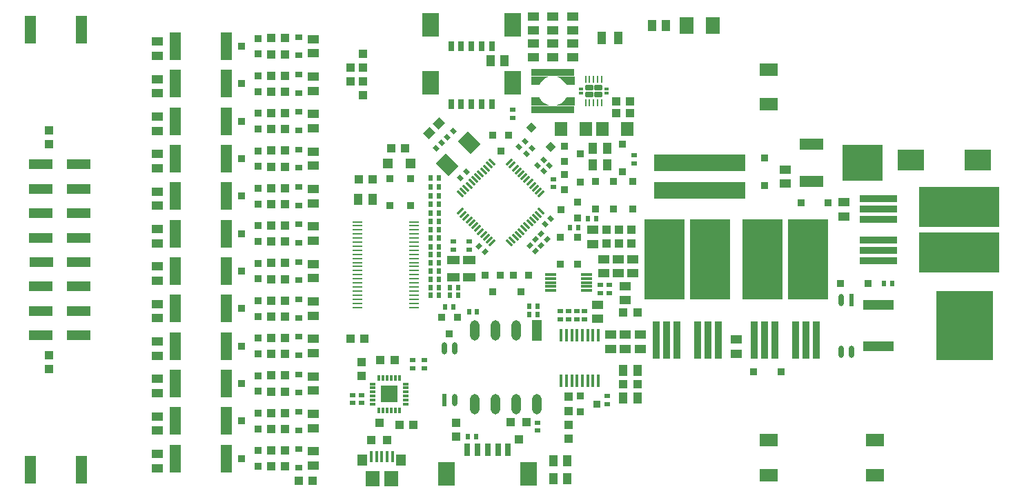
<source format=gtp>
G04 Layer_Color=8421504*
%FSAX24Y24*%
%MOIN*%
G70*
G01*
G75*
G04:AMPARAMS|DCode=10|XSize=70mil|YSize=85mil|CornerRadius=0mil|HoleSize=0mil|Usage=FLASHONLY|Rotation=225.000|XOffset=0mil|YOffset=0mil|HoleType=Round|Shape=Rectangle|*
%AMROTATEDRECTD10*
4,1,4,-0.0053,0.0548,0.0548,-0.0053,0.0053,-0.0548,-0.0548,0.0053,-0.0053,0.0548,0.0*
%
%ADD10ROTATEDRECTD10*%

%ADD11R,0.0492X0.0098*%
%ADD12O,0.0492X0.0098*%
%ADD13R,0.0250X0.0197*%
%ADD14R,0.0433X0.0591*%
%ADD15R,0.0197X0.0250*%
%ADD16R,0.0394X0.0433*%
%ADD17R,0.0433X0.0394*%
%ADD18R,0.0433X0.0551*%
G04:AMPARAMS|DCode=19|XSize=25mil|YSize=19.7mil|CornerRadius=0mil|HoleSize=0mil|Usage=FLASHONLY|Rotation=45.000|XOffset=0mil|YOffset=0mil|HoleType=Round|Shape=Rectangle|*
%AMROTATEDRECTD19*
4,1,4,-0.0019,-0.0158,-0.0158,-0.0019,0.0019,0.0158,0.0158,0.0019,-0.0019,-0.0158,0.0*
%
%ADD19ROTATEDRECTD19*%

%ADD20R,0.0551X0.0433*%
%ADD21R,0.0551X0.1378*%
%ADD22R,0.1260X0.0984*%
G04:AMPARAMS|DCode=23|XSize=25mil|YSize=19.7mil|CornerRadius=0mil|HoleSize=0mil|Usage=FLASHONLY|Rotation=135.000|XOffset=0mil|YOffset=0mil|HoleType=Round|Shape=Rectangle|*
%AMROTATEDRECTD23*
4,1,4,0.0158,-0.0019,0.0019,-0.0158,-0.0158,0.0019,-0.0019,0.0158,0.0158,-0.0019,0.0*
%
%ADD23ROTATEDRECTD23*%

%ADD24R,0.4409X0.0807*%
G04:AMPARAMS|DCode=25|XSize=39.4mil|YSize=43.3mil|CornerRadius=0mil|HoleSize=0mil|Usage=FLASHONLY|Rotation=135.000|XOffset=0mil|YOffset=0mil|HoleType=Round|Shape=Rectangle|*
%AMROTATEDRECTD25*
4,1,4,0.0292,0.0014,-0.0014,-0.0292,-0.0292,-0.0014,0.0014,0.0292,0.0292,0.0014,0.0*
%
%ADD25ROTATEDRECTD25*%

%ADD26R,0.0354X0.0374*%
%ADD27R,0.0354X0.0374*%
%ADD28R,0.0374X0.0354*%
%ADD29R,0.0374X0.0354*%
%ADD31R,0.0354X0.1811*%
%ADD33R,0.1811X0.0354*%
%ADD34R,0.2087X0.0374*%
%ADD35R,0.0315X0.0512*%
%ADD36R,0.0827X0.1181*%
%ADD37R,0.1150X0.0500*%
%ADD38R,0.0315X0.0630*%
%ADD39R,0.0689X0.0748*%
%ADD40R,0.0157X0.0551*%
%ADD41R,0.0453X0.0571*%
G04:AMPARAMS|DCode=42|XSize=63mil|YSize=13.8mil|CornerRadius=3.4mil|HoleSize=0mil|Usage=FLASHONLY|Rotation=270.000|XOffset=0mil|YOffset=0mil|HoleType=Round|Shape=RoundedRectangle|*
%AMROUNDEDRECTD42*
21,1,0.0630,0.0069,0,0,270.0*
21,1,0.0561,0.0138,0,0,270.0*
1,1,0.0069,-0.0034,-0.0281*
1,1,0.0069,-0.0034,0.0281*
1,1,0.0069,0.0034,0.0281*
1,1,0.0069,0.0034,-0.0281*
%
%ADD42ROUNDEDRECTD42*%
%ADD43R,0.0138X0.0630*%
%ADD44R,0.0551X0.0118*%
%ADD45R,0.0295X0.0118*%
%ADD46R,0.0118X0.0295*%
%ADD48O,0.0472X0.0984*%
%ADD49R,0.0472X0.0984*%
G04:AMPARAMS|DCode=50|XSize=9.1mil|YSize=31.5mil|CornerRadius=1.8mil|HoleSize=0mil|Usage=FLASHONLY|Rotation=0.000|XOffset=0mil|YOffset=0mil|HoleType=Round|Shape=RoundedRectangle|*
%AMROUNDEDRECTD50*
21,1,0.0091,0.0279,0,0,0.0*
21,1,0.0054,0.0315,0,0,0.0*
1,1,0.0036,0.0027,-0.0139*
1,1,0.0036,-0.0027,-0.0139*
1,1,0.0036,-0.0027,0.0139*
1,1,0.0036,0.0027,0.0139*
%
%ADD50ROUNDEDRECTD50*%
G04:AMPARAMS|DCode=53|XSize=12.6mil|YSize=39.4mil|CornerRadius=0mil|HoleSize=0mil|Usage=FLASHONLY|Rotation=315.000|XOffset=0mil|YOffset=0mil|HoleType=Round|Shape=Rectangle|*
%AMROTATEDRECTD53*
4,1,4,-0.0184,-0.0095,0.0095,0.0184,0.0184,0.0095,-0.0095,-0.0184,-0.0184,-0.0095,0.0*
%
%ADD53ROTATEDRECTD53*%

G04:AMPARAMS|DCode=54|XSize=12.6mil|YSize=39.4mil|CornerRadius=0mil|HoleSize=0mil|Usage=FLASHONLY|Rotation=45.000|XOffset=0mil|YOffset=0mil|HoleType=Round|Shape=Rectangle|*
%AMROTATEDRECTD54*
4,1,4,0.0095,-0.0184,-0.0184,0.0095,-0.0095,0.0184,0.0184,-0.0095,0.0095,-0.0184,0.0*
%
%ADD54ROTATEDRECTD54*%

%ADD56R,0.0650X0.0799*%
%ADD57R,0.0906X0.0598*%
%ADD58R,0.0591X0.0433*%
%ADD59R,0.0335X0.0256*%
%ADD60R,0.0335X0.0335*%
%ADD61R,0.0472X0.0472*%
%ADD62R,0.0335X0.0335*%
%ADD63P,0.0473X4X360.0*%
%ADD65R,0.1457X0.0512*%
%ADD66R,0.0240X0.0598*%
%ADD67O,0.0240X0.0598*%
%ADD68R,0.0394X0.0394*%
%ADD69R,0.0630X0.0709*%
%ADD71R,0.1181X0.0551*%
G04:AMPARAMS|DCode=102|XSize=19.7mil|YSize=10.2mil|CornerRadius=0.5mil|HoleSize=0mil|Usage=FLASHONLY|Rotation=180.000|XOffset=0mil|YOffset=0mil|HoleType=Round|Shape=RoundedRectangle|*
%AMROUNDEDRECTD102*
21,1,0.0197,0.0092,0,0,180.0*
21,1,0.0187,0.0102,0,0,180.0*
1,1,0.0010,-0.0093,0.0046*
1,1,0.0010,0.0093,0.0046*
1,1,0.0010,0.0093,-0.0046*
1,1,0.0010,-0.0093,-0.0046*
%
%ADD102ROUNDEDRECTD102*%
G04:AMPARAMS|DCode=103|XSize=41.3mil|YSize=26.8mil|CornerRadius=5.4mil|HoleSize=0mil|Usage=FLASHONLY|Rotation=0.000|XOffset=0mil|YOffset=0mil|HoleType=Round|Shape=RoundedRectangle|*
%AMROUNDEDRECTD103*
21,1,0.0413,0.0161,0,0,0.0*
21,1,0.0306,0.0268,0,0,0.0*
1,1,0.0107,0.0153,-0.0080*
1,1,0.0107,-0.0153,-0.0080*
1,1,0.0107,-0.0153,0.0080*
1,1,0.0107,0.0153,0.0080*
%
%ADD103ROUNDEDRECTD103*%
%ADD104R,0.1968X0.3898*%
%ADD105R,0.3898X0.1968*%
%ADD106R,0.0787X0.0787*%
%ADD107R,0.2756X0.3346*%
%ADD108R,0.1968X0.1722*%
G36*
X289232Y195945D02*
X288189D01*
X288346Y195965D01*
X288425Y195984D01*
X288465Y196004D01*
X288583Y196063D01*
X288661Y196122D01*
X288720Y196181D01*
X288780Y196260D01*
X288839Y196358D01*
X289232D01*
Y195945D01*
D02*
G37*
G36*
X287559Y196319D02*
X287618Y196220D01*
X287736Y196102D01*
X287815Y196043D01*
X287933Y195984D01*
X288012Y195965D01*
X288189Y195945D01*
X287146D01*
Y196358D01*
X287539D01*
X287559Y196319D01*
D02*
G37*
G36*
X289232Y196949D02*
X288839D01*
X288780Y197047D01*
X288720Y197126D01*
X288622Y197224D01*
X288563Y197264D01*
X288445Y197323D01*
X288366Y197343D01*
X288189Y197362D01*
X289232D01*
Y196949D01*
D02*
G37*
G36*
X288012Y197343D02*
X287894Y197303D01*
X287854Y197283D01*
X287756Y197224D01*
X287618Y197087D01*
X287579Y197028D01*
X287539Y196949D01*
X287146D01*
Y197362D01*
X288189D01*
X288012Y197343D01*
D02*
G37*
D10*
X283093Y193093D02*
D03*
X284151Y194151D02*
D03*
D11*
X281486Y186201D02*
D03*
Y186398D02*
D03*
Y186594D02*
D03*
Y186791D02*
D03*
Y186988D02*
D03*
Y187185D02*
D03*
Y187382D02*
D03*
Y187579D02*
D03*
Y187776D02*
D03*
Y187972D02*
D03*
Y188169D02*
D03*
Y188366D02*
D03*
Y188563D02*
D03*
Y188760D02*
D03*
Y188957D02*
D03*
Y189154D02*
D03*
Y189350D02*
D03*
Y189547D02*
D03*
Y189744D02*
D03*
Y189941D02*
D03*
Y190138D02*
D03*
Y190335D02*
D03*
X278750Y186201D02*
D03*
Y186398D02*
D03*
Y186594D02*
D03*
Y186791D02*
D03*
Y186988D02*
D03*
Y187185D02*
D03*
Y187382D02*
D03*
Y187579D02*
D03*
Y187776D02*
D03*
Y187972D02*
D03*
Y188169D02*
D03*
Y188366D02*
D03*
Y188563D02*
D03*
Y188760D02*
D03*
Y188957D02*
D03*
Y189154D02*
D03*
Y189350D02*
D03*
Y189547D02*
D03*
Y189744D02*
D03*
Y189941D02*
D03*
Y190138D02*
D03*
D12*
Y190335D02*
D03*
D13*
X290827Y181535D02*
D03*
Y181929D02*
D03*
X286260Y195748D02*
D03*
Y195354D02*
D03*
X283386Y189370D02*
D03*
Y188976D02*
D03*
X278937Y181575D02*
D03*
Y181968D02*
D03*
X288228Y192008D02*
D03*
Y192402D02*
D03*
X292126Y193150D02*
D03*
Y193543D02*
D03*
X288543Y185630D02*
D03*
Y186024D02*
D03*
X288937Y185630D02*
D03*
Y186024D02*
D03*
X289331Y185630D02*
D03*
Y186024D02*
D03*
X289724Y185630D02*
D03*
Y186024D02*
D03*
X284134Y189370D02*
D03*
Y188976D02*
D03*
X281968Y183268D02*
D03*
Y183661D02*
D03*
X281417Y183268D02*
D03*
Y183661D02*
D03*
X290906Y186890D02*
D03*
Y187283D02*
D03*
X290472Y186890D02*
D03*
Y187283D02*
D03*
X278504Y181968D02*
D03*
Y181575D02*
D03*
X287441Y180630D02*
D03*
Y180236D02*
D03*
D14*
X290532Y199213D02*
D03*
X291358D02*
D03*
D15*
X284134Y185984D02*
D03*
X284528D02*
D03*
X282677Y190354D02*
D03*
X282283D02*
D03*
X282677Y190748D02*
D03*
X282283D02*
D03*
X282677Y189961D02*
D03*
X282283D02*
D03*
X282677Y189567D02*
D03*
X282283D02*
D03*
X282677Y189134D02*
D03*
X282283D02*
D03*
X282677Y188740D02*
D03*
X282283D02*
D03*
X282677Y188346D02*
D03*
X282283D02*
D03*
Y187165D02*
D03*
X282677D02*
D03*
X282283Y186772D02*
D03*
X282677D02*
D03*
X283386Y186220D02*
D03*
X282992D02*
D03*
X304567Y187362D02*
D03*
X304173D02*
D03*
X289016Y190039D02*
D03*
X289409D02*
D03*
X282283Y191575D02*
D03*
X282677D02*
D03*
X282283Y192441D02*
D03*
X282677D02*
D03*
X283228Y187165D02*
D03*
X283622D02*
D03*
X283228Y186772D02*
D03*
X283622D02*
D03*
X282283Y187559D02*
D03*
X282677D02*
D03*
X282283Y187953D02*
D03*
X282677D02*
D03*
Y192008D02*
D03*
X282283D02*
D03*
X284488Y179961D02*
D03*
X284094D02*
D03*
X287441Y186260D02*
D03*
X287047D02*
D03*
X287441Y185866D02*
D03*
X287047D02*
D03*
X282677Y191181D02*
D03*
X282283D02*
D03*
X290276Y190472D02*
D03*
X289882D02*
D03*
D16*
X263858Y194744D02*
D03*
Y194075D02*
D03*
Y183209D02*
D03*
Y183878D02*
D03*
X288937Y179862D02*
D03*
Y180532D02*
D03*
Y181870D02*
D03*
Y181201D02*
D03*
X291968Y189272D02*
D03*
Y189941D02*
D03*
X291378Y189272D02*
D03*
Y189941D02*
D03*
X290787Y189272D02*
D03*
Y189941D02*
D03*
X283504Y180610D02*
D03*
Y179941D02*
D03*
X278425Y197776D02*
D03*
Y197106D02*
D03*
X279016Y197776D02*
D03*
Y198445D02*
D03*
X278937Y182894D02*
D03*
Y183563D02*
D03*
X279016Y197106D02*
D03*
Y196437D02*
D03*
D17*
X279468Y192402D02*
D03*
X278799D02*
D03*
X276594Y177835D02*
D03*
X275925D02*
D03*
X291909Y196142D02*
D03*
X291240D02*
D03*
X274587Y198425D02*
D03*
X275256D02*
D03*
X274587Y196614D02*
D03*
X275256D02*
D03*
X274587Y194803D02*
D03*
X275256D02*
D03*
X274587Y192992D02*
D03*
X275256D02*
D03*
X274587Y191181D02*
D03*
X275256D02*
D03*
X274587Y189370D02*
D03*
X275256D02*
D03*
X274587Y187559D02*
D03*
X275256D02*
D03*
X274587Y185748D02*
D03*
X275256D02*
D03*
X274587Y183937D02*
D03*
X275256D02*
D03*
X274587Y182126D02*
D03*
X275256D02*
D03*
X274587Y180315D02*
D03*
X275256D02*
D03*
X274587Y178504D02*
D03*
X275256D02*
D03*
X274587Y199213D02*
D03*
X275256D02*
D03*
X274587Y197402D02*
D03*
X275256D02*
D03*
X274587Y195591D02*
D03*
X275256D02*
D03*
X274587Y193780D02*
D03*
X275256D02*
D03*
X274587Y191968D02*
D03*
X275256D02*
D03*
X274587Y190157D02*
D03*
X275256D02*
D03*
X274587Y188346D02*
D03*
X275256D02*
D03*
X274587Y186535D02*
D03*
X275256D02*
D03*
X274587Y184724D02*
D03*
X275256D02*
D03*
X274587Y182913D02*
D03*
X275256D02*
D03*
X274587Y181102D02*
D03*
X275256D02*
D03*
X274587Y179291D02*
D03*
X275256D02*
D03*
X291594Y182480D02*
D03*
X292264D02*
D03*
X291594Y185945D02*
D03*
X292264D02*
D03*
X278406Y184685D02*
D03*
X279075D02*
D03*
X280374Y193898D02*
D03*
X281043D02*
D03*
X291240Y195591D02*
D03*
X291909D02*
D03*
X280768Y180512D02*
D03*
X281437D02*
D03*
X279862Y183661D02*
D03*
X280532D02*
D03*
D18*
X292963Y199803D02*
D03*
X293652D02*
D03*
X290817Y193898D02*
D03*
X290128D02*
D03*
Y193071D02*
D03*
X290817D02*
D03*
X291585Y183150D02*
D03*
X292274D02*
D03*
X288888Y178780D02*
D03*
X288199D02*
D03*
X285856Y198110D02*
D03*
X285167D02*
D03*
X279478Y191417D02*
D03*
X278789D02*
D03*
X292274Y181811D02*
D03*
X291585D02*
D03*
X288888Y177913D02*
D03*
X288199D02*
D03*
D19*
X287898Y189470D02*
D03*
X287620Y189748D02*
D03*
X287341Y188913D02*
D03*
X287063Y189192D02*
D03*
X287620Y189192D02*
D03*
X287341Y189470D02*
D03*
X284903Y188877D02*
D03*
X284625Y189155D02*
D03*
D20*
X288189Y198967D02*
D03*
Y198278D02*
D03*
X289134Y198967D02*
D03*
Y198278D02*
D03*
X287244Y198967D02*
D03*
Y198278D02*
D03*
X269094Y198356D02*
D03*
Y199045D02*
D03*
Y196545D02*
D03*
Y197234D02*
D03*
Y194734D02*
D03*
Y195423D02*
D03*
Y192923D02*
D03*
Y193612D02*
D03*
Y191112D02*
D03*
Y191801D02*
D03*
Y189301D02*
D03*
Y189990D02*
D03*
Y187490D02*
D03*
Y188179D02*
D03*
Y185679D02*
D03*
Y186368D02*
D03*
Y183868D02*
D03*
Y184557D02*
D03*
Y182057D02*
D03*
Y182746D02*
D03*
Y180246D02*
D03*
Y180935D02*
D03*
Y178435D02*
D03*
Y179124D02*
D03*
X291693Y184183D02*
D03*
Y184872D02*
D03*
X299409Y192175D02*
D03*
Y192864D02*
D03*
X297047Y184636D02*
D03*
Y183947D02*
D03*
X302244Y190600D02*
D03*
Y191289D02*
D03*
X292402Y184183D02*
D03*
Y184872D02*
D03*
X287244Y200266D02*
D03*
Y199577D02*
D03*
X288189Y200266D02*
D03*
Y199577D02*
D03*
X289134Y200266D02*
D03*
Y199577D02*
D03*
X291693Y187234D02*
D03*
Y186545D02*
D03*
X276614Y198474D02*
D03*
Y199163D02*
D03*
Y196663D02*
D03*
Y197352D02*
D03*
Y194852D02*
D03*
Y195541D02*
D03*
Y193041D02*
D03*
Y193730D02*
D03*
Y191230D02*
D03*
Y191919D02*
D03*
Y189419D02*
D03*
Y190108D02*
D03*
Y187608D02*
D03*
Y188297D02*
D03*
Y185797D02*
D03*
Y186486D02*
D03*
Y183986D02*
D03*
Y184675D02*
D03*
Y182175D02*
D03*
Y182864D02*
D03*
Y180364D02*
D03*
Y181053D02*
D03*
Y178553D02*
D03*
Y179242D02*
D03*
X290354Y186329D02*
D03*
Y185640D02*
D03*
X290630Y187844D02*
D03*
Y188533D02*
D03*
X292047Y187844D02*
D03*
Y188533D02*
D03*
X291339Y187844D02*
D03*
Y188533D02*
D03*
X290984Y184183D02*
D03*
Y184872D02*
D03*
X290118Y189262D02*
D03*
Y189951D02*
D03*
D21*
X272421Y198819D02*
D03*
X269941D02*
D03*
X272421Y197008D02*
D03*
X269941D02*
D03*
X272421Y195197D02*
D03*
X269941D02*
D03*
X272421Y193386D02*
D03*
X269941D02*
D03*
X272421Y191575D02*
D03*
X269941D02*
D03*
X272421Y189764D02*
D03*
X269941D02*
D03*
X272421Y187953D02*
D03*
X269941D02*
D03*
X272421Y186142D02*
D03*
X269941D02*
D03*
X272421Y184331D02*
D03*
X269941D02*
D03*
X272421Y182520D02*
D03*
X269941D02*
D03*
X272421Y180709D02*
D03*
X269941D02*
D03*
X272421Y178898D02*
D03*
X269941D02*
D03*
X265413Y199606D02*
D03*
X262933D02*
D03*
X265413Y178346D02*
D03*
X262933D02*
D03*
D22*
X308701Y193307D02*
D03*
X305472D02*
D03*
D23*
X287184Y193882D02*
D03*
X286905Y193604D02*
D03*
X288019Y193047D02*
D03*
X287740Y192769D02*
D03*
X287740Y193325D02*
D03*
X287462Y193047D02*
D03*
X283368Y194706D02*
D03*
X283089Y194428D02*
D03*
X282538Y193877D02*
D03*
X282816Y194155D02*
D03*
X286554Y193955D02*
D03*
X286832Y194234D02*
D03*
X288092Y190494D02*
D03*
X287814Y190215D02*
D03*
X283719Y192459D02*
D03*
X283997Y192738D02*
D03*
D24*
X295276Y191850D02*
D03*
X295276Y193189D02*
D03*
D25*
X282204Y194606D02*
D03*
X282678Y195079D02*
D03*
D26*
X287028Y187756D02*
D03*
X286654Y186968D02*
D03*
X285650Y187756D02*
D03*
X285276Y186968D02*
D03*
X283563Y185709D02*
D03*
X283189Y184921D02*
D03*
X286043Y194528D02*
D03*
X285669Y193740D02*
D03*
D27*
X286280Y187756D02*
D03*
X284902D02*
D03*
X282815Y185709D02*
D03*
X285295Y194528D02*
D03*
D28*
X289528Y181909D02*
D03*
X290315Y181535D02*
D03*
X289370Y190532D02*
D03*
X288583Y190906D02*
D03*
X288740Y192618D02*
D03*
X289528Y192244D02*
D03*
X288740Y193996D02*
D03*
X289528Y193622D02*
D03*
X273937Y198445D02*
D03*
X273150Y198819D02*
D03*
X273937Y196634D02*
D03*
X273150Y197008D02*
D03*
X273937Y194823D02*
D03*
X273150Y195197D02*
D03*
X273937Y193012D02*
D03*
X273150Y193386D02*
D03*
X273937Y191201D02*
D03*
X273150Y191575D02*
D03*
X273937Y189390D02*
D03*
X273150Y189764D02*
D03*
X273937Y187579D02*
D03*
X273150Y187953D02*
D03*
X273937Y185768D02*
D03*
X273150Y186142D02*
D03*
X273937Y183957D02*
D03*
X273150Y184331D02*
D03*
X273937Y182146D02*
D03*
X273150Y182520D02*
D03*
X273937Y180335D02*
D03*
X273150Y180709D02*
D03*
X273937Y178524D02*
D03*
X273150Y178898D02*
D03*
D29*
X289528Y181161D02*
D03*
X289370Y191280D02*
D03*
X288740Y191870D02*
D03*
Y193248D02*
D03*
X273937Y199193D02*
D03*
Y197382D02*
D03*
Y195571D02*
D03*
Y193760D02*
D03*
Y191949D02*
D03*
Y190138D02*
D03*
Y188327D02*
D03*
Y186516D02*
D03*
Y184705D02*
D03*
Y182894D02*
D03*
Y181083D02*
D03*
Y179272D02*
D03*
D31*
X296185Y184616D02*
D03*
X295685D02*
D03*
X295185D02*
D03*
X294185D02*
D03*
X293686D02*
D03*
X293185D02*
D03*
X300909D02*
D03*
X300409D02*
D03*
X299909D02*
D03*
X298909D02*
D03*
X298411D02*
D03*
X297909D02*
D03*
D33*
X303907Y188461D02*
D03*
Y188961D02*
D03*
Y189461D02*
D03*
Y190461D02*
D03*
Y190959D02*
D03*
Y191461D02*
D03*
D34*
X288189Y197549D02*
D03*
Y195758D02*
D03*
D35*
X283760Y198819D02*
D03*
X284744D02*
D03*
X284252D02*
D03*
X285236D02*
D03*
X283268D02*
D03*
X283760Y196024D02*
D03*
X284744D02*
D03*
X284252D02*
D03*
X285236D02*
D03*
X283268D02*
D03*
D36*
X286240Y199843D02*
D03*
X282264D02*
D03*
X286240Y197047D02*
D03*
X282264D02*
D03*
X287028Y178150D02*
D03*
X283051D02*
D03*
D37*
X265280Y193110D02*
D03*
Y191929D02*
D03*
Y188386D02*
D03*
Y187205D02*
D03*
Y184843D02*
D03*
Y186024D02*
D03*
Y189567D02*
D03*
Y190748D02*
D03*
X263461Y193110D02*
D03*
Y191929D02*
D03*
Y190748D02*
D03*
Y189567D02*
D03*
X263465Y188386D02*
D03*
X263461Y187205D02*
D03*
Y186024D02*
D03*
Y184843D02*
D03*
D38*
X286024Y179311D02*
D03*
X284055D02*
D03*
X285039D02*
D03*
X284547D02*
D03*
X285532D02*
D03*
D39*
X280364Y177933D02*
D03*
X279478D02*
D03*
D40*
X279921Y178976D02*
D03*
X279665D02*
D03*
X279409D02*
D03*
X280177D02*
D03*
X280433D02*
D03*
D41*
X278996Y178811D02*
D03*
X280846D02*
D03*
D42*
X290384Y184843D02*
D03*
D43*
X290128D02*
D03*
X289872D02*
D03*
X289616D02*
D03*
X289360D02*
D03*
X289104D02*
D03*
X288848D02*
D03*
X288593D02*
D03*
X290384Y182638D02*
D03*
X290128D02*
D03*
X289872D02*
D03*
X289616D02*
D03*
X289360D02*
D03*
X289104D02*
D03*
X288848D02*
D03*
X288593D02*
D03*
D44*
X288071Y187402D02*
D03*
Y187598D02*
D03*
Y187795D02*
D03*
Y187205D02*
D03*
Y187008D02*
D03*
X289803Y187795D02*
D03*
Y187598D02*
D03*
Y187008D02*
D03*
Y187205D02*
D03*
Y187402D02*
D03*
D45*
X279488Y182106D02*
D03*
Y182303D02*
D03*
Y182500D02*
D03*
Y181516D02*
D03*
Y181713D02*
D03*
Y181909D02*
D03*
X281063Y182106D02*
D03*
Y182303D02*
D03*
Y182500D02*
D03*
Y181516D02*
D03*
Y181713D02*
D03*
Y181909D02*
D03*
D46*
X280374Y181220D02*
D03*
X280571D02*
D03*
X280768D02*
D03*
X279783D02*
D03*
X279980D02*
D03*
X280177D02*
D03*
Y182795D02*
D03*
X279980D02*
D03*
X279783D02*
D03*
X280768D02*
D03*
X280571D02*
D03*
X280374D02*
D03*
D48*
X284425Y181535D02*
D03*
X285425D02*
D03*
X286425D02*
D03*
X287425D02*
D03*
X284425Y185079D02*
D03*
X285425D02*
D03*
X286425D02*
D03*
D49*
X287425D02*
D03*
D50*
X290157Y197234D02*
D03*
X290551D02*
D03*
X290354D02*
D03*
X289961D02*
D03*
X289764D02*
D03*
X290551Y196073D02*
D03*
X290354D02*
D03*
X289961D02*
D03*
X289764D02*
D03*
X290157D02*
D03*
D53*
X286090Y193211D02*
D03*
X286229Y193072D02*
D03*
X286368Y192933D02*
D03*
X286507Y192794D02*
D03*
X286646Y192655D02*
D03*
X286786Y192515D02*
D03*
X286925Y192376D02*
D03*
X287064Y192237D02*
D03*
X287203Y192098D02*
D03*
X287342Y191959D02*
D03*
X287482Y191819D02*
D03*
X287621Y191680D02*
D03*
X285249Y189308D02*
D03*
X285110Y189448D02*
D03*
X284971Y189587D02*
D03*
X284831Y189726D02*
D03*
X284692Y189865D02*
D03*
X284553Y190004D02*
D03*
X284414Y190144D02*
D03*
X284275Y190283D02*
D03*
X284135Y190422D02*
D03*
X283996Y190561D02*
D03*
X283857Y190700D02*
D03*
X283718Y190839D02*
D03*
D54*
X287621D02*
D03*
X287482Y190700D02*
D03*
X287342Y190561D02*
D03*
X287203Y190422D02*
D03*
X287064Y190283D02*
D03*
X286925Y190144D02*
D03*
X286786Y190004D02*
D03*
X286646Y189865D02*
D03*
X286507Y189726D02*
D03*
X286368Y189587D02*
D03*
X286229Y189448D02*
D03*
X286090Y189308D02*
D03*
X283718Y191680D02*
D03*
X283857Y191819D02*
D03*
X283996Y191959D02*
D03*
X284135Y192098D02*
D03*
X284275Y192237D02*
D03*
X284414Y192376D02*
D03*
X284553Y192515D02*
D03*
X284692Y192655D02*
D03*
X284831Y192794D02*
D03*
X284971Y192933D02*
D03*
X285110Y193072D02*
D03*
X285249Y193211D02*
D03*
D56*
X294646Y199803D02*
D03*
X295906D02*
D03*
D57*
X298622Y197693D02*
D03*
Y196008D02*
D03*
Y179780D02*
D03*
Y178094D02*
D03*
X303740Y179780D02*
D03*
Y178094D02*
D03*
D58*
X283386Y188484D02*
D03*
Y187657D02*
D03*
X284134Y188484D02*
D03*
Y187657D02*
D03*
D59*
X275906Y198376D02*
D03*
Y199262D02*
D03*
Y196565D02*
D03*
Y197451D02*
D03*
Y194754D02*
D03*
Y195640D02*
D03*
Y192943D02*
D03*
Y193829D02*
D03*
Y191132D02*
D03*
Y192018D02*
D03*
Y189321D02*
D03*
Y190207D02*
D03*
Y187510D02*
D03*
Y188396D02*
D03*
Y185699D02*
D03*
Y186585D02*
D03*
Y183888D02*
D03*
Y184774D02*
D03*
Y182077D02*
D03*
Y182963D02*
D03*
Y180266D02*
D03*
Y181152D02*
D03*
Y178455D02*
D03*
Y179341D02*
D03*
D60*
X280315Y192431D02*
D03*
Y191112D02*
D03*
X281299Y192431D02*
D03*
Y191112D02*
D03*
X291102Y190955D02*
D03*
Y192274D02*
D03*
X288543Y189596D02*
D03*
Y188278D02*
D03*
X292047Y192274D02*
D03*
Y190955D02*
D03*
X289370Y189596D02*
D03*
Y188278D02*
D03*
X291535Y194085D02*
D03*
Y192766D02*
D03*
X290236Y190955D02*
D03*
Y192274D02*
D03*
X298425Y192096D02*
D03*
Y193415D02*
D03*
D61*
X281299Y193150D02*
D03*
X280197D02*
D03*
D62*
X297884Y183071D02*
D03*
X299203D02*
D03*
X301486Y191260D02*
D03*
X300167D02*
D03*
X303415Y187362D02*
D03*
X302096D02*
D03*
D63*
X288065Y193943D02*
D03*
X287132Y194876D02*
D03*
D65*
X303898Y184315D02*
D03*
Y186315D02*
D03*
D66*
X282939Y181703D02*
D03*
X302612Y186565D02*
D03*
D67*
X283439Y181703D02*
D03*
X282939Y184203D02*
D03*
X283439D02*
D03*
X302112Y186565D02*
D03*
X302612Y184065D02*
D03*
X302112D02*
D03*
D68*
X279429Y179783D02*
D03*
X280177D02*
D03*
X279803Y180610D02*
D03*
X286909Y180650D02*
D03*
X286161D02*
D03*
X286535Y179823D02*
D03*
D69*
X291772Y194803D02*
D03*
X290591D02*
D03*
X288583D02*
D03*
X289764D02*
D03*
D71*
X300669Y192283D02*
D03*
Y194094D02*
D03*
D102*
X290768Y196752D02*
D03*
Y196555D02*
D03*
X289547D02*
D03*
Y196752D02*
D03*
D103*
X289931Y196496D02*
D03*
X290384D02*
D03*
Y196811D02*
D03*
X289931D02*
D03*
D104*
X295787Y188524D02*
D03*
X293583Y188524D02*
D03*
X300512Y188524D02*
D03*
X298307Y188524D02*
D03*
D105*
X307815Y188858D02*
D03*
X307815Y191063D02*
D03*
D106*
X280276Y182008D02*
D03*
D107*
X308071Y185315D02*
D03*
D108*
X303150Y193194D02*
D03*
M02*

</source>
